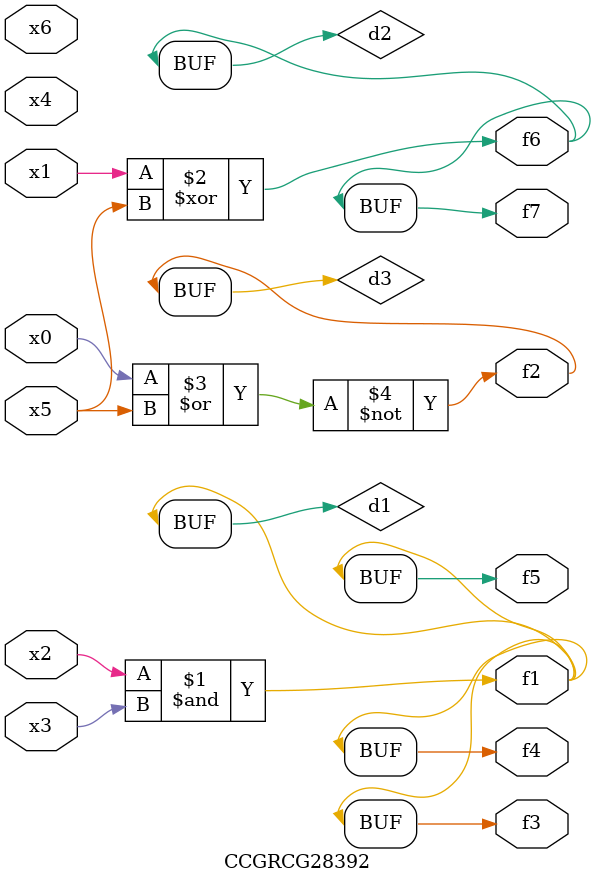
<source format=v>
module CCGRCG28392(
	input x0, x1, x2, x3, x4, x5, x6,
	output f1, f2, f3, f4, f5, f6, f7
);

	wire d1, d2, d3;

	and (d1, x2, x3);
	xor (d2, x1, x5);
	nor (d3, x0, x5);
	assign f1 = d1;
	assign f2 = d3;
	assign f3 = d1;
	assign f4 = d1;
	assign f5 = d1;
	assign f6 = d2;
	assign f7 = d2;
endmodule

</source>
